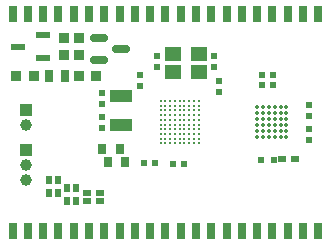
<source format=gts>
G04 #@! TF.GenerationSoftware,KiCad,Pcbnew,(6.0.7)*
G04 #@! TF.CreationDate,2022-09-08T11:09:16+03:00*
G04 #@! TF.ProjectId,MCU_M_V3,4d43555f-4d5f-4563-932e-6b696361645f,rev?*
G04 #@! TF.SameCoordinates,Original*
G04 #@! TF.FileFunction,Soldermask,Top*
G04 #@! TF.FilePolarity,Negative*
%FSLAX46Y46*%
G04 Gerber Fmt 4.6, Leading zero omitted, Abs format (unit mm)*
G04 Created by KiCad (PCBNEW (6.0.7)) date 2022-09-08 11:09:16*
%MOMM*%
%LPD*%
G01*
G04 APERTURE LIST*
G04 Aperture macros list*
%AMRoundRect*
0 Rectangle with rounded corners*
0 $1 Rounding radius*
0 $2 $3 $4 $5 $6 $7 $8 $9 X,Y pos of 4 corners*
0 Add a 4 corners polygon primitive as box body*
4,1,4,$2,$3,$4,$5,$6,$7,$8,$9,$2,$3,0*
0 Add four circle primitives for the rounded corners*
1,1,$1+$1,$2,$3*
1,1,$1+$1,$4,$5*
1,1,$1+$1,$6,$7*
1,1,$1+$1,$8,$9*
0 Add four rect primitives between the rounded corners*
20,1,$1+$1,$2,$3,$4,$5,0*
20,1,$1+$1,$4,$5,$6,$7,0*
20,1,$1+$1,$6,$7,$8,$9,0*
20,1,$1+$1,$8,$9,$2,$3,0*%
G04 Aperture macros list end*
%ADD10R,0.620000X0.600000*%
%ADD11R,1.900000X1.100000*%
%ADD12C,0.350000*%
%ADD13R,0.620000X0.620000*%
%ADD14R,0.650000X0.900000*%
%ADD15C,0.220000*%
%ADD16R,0.950000X0.900000*%
%ADD17R,0.475000X0.500000*%
%ADD18R,0.600000X0.700000*%
%ADD19R,1.000000X1.000000*%
%ADD20C,1.000000*%
%ADD21R,0.700000X0.600000*%
%ADD22R,0.900000X0.950000*%
%ADD23R,0.600000X0.620000*%
%ADD24R,1.400000X1.200000*%
%ADD25R,1.300000X0.600000*%
%ADD26RoundRect,0.150000X-0.587500X-0.150000X0.587500X-0.150000X0.587500X0.150000X-0.587500X0.150000X0*%
%ADD27R,0.800000X1.400000*%
%ADD28R,0.780000X0.980000*%
G04 APERTURE END LIST*
D10*
G04 #@! TO.C,C104*
X181730000Y-92010000D03*
X181730000Y-91090000D03*
G04 #@! TD*
D11*
G04 #@! TO.C,Y12*
X180100000Y-92850000D03*
X180100000Y-95350000D03*
G04 #@! TD*
D12*
G04 #@! TO.C,U2*
X191650000Y-96350000D03*
X191650000Y-95850000D03*
X191650000Y-95350000D03*
X191650000Y-94850000D03*
X191650000Y-94350000D03*
X191650000Y-93850000D03*
X192150000Y-96350000D03*
X192150000Y-95850000D03*
X192150000Y-95350000D03*
X192150000Y-94850000D03*
X192150000Y-94350000D03*
X192150000Y-93850000D03*
X192650000Y-96350000D03*
X192650000Y-95850000D03*
X192650000Y-95350000D03*
X192650000Y-94850000D03*
X192650000Y-94350000D03*
X192650000Y-93850000D03*
X193150000Y-96350000D03*
X193150000Y-95850000D03*
X193150000Y-95350000D03*
X193150000Y-94850000D03*
X193150000Y-94350000D03*
X193150000Y-93850000D03*
X193650000Y-96350000D03*
X193650000Y-95850000D03*
X193650000Y-95350000D03*
X193650000Y-94850000D03*
X193650000Y-94350000D03*
X193650000Y-93850000D03*
X194150000Y-96350000D03*
X194150000Y-95850000D03*
X194150000Y-95350000D03*
X194150000Y-94850000D03*
X194150000Y-94350000D03*
X194150000Y-93850000D03*
G04 #@! TD*
D13*
G04 #@! TO.C,C102*
X184560000Y-98610000D03*
X185480000Y-98610000D03*
G04 #@! TD*
D10*
G04 #@! TO.C,C15*
X178500000Y-95590000D03*
X178500000Y-94670000D03*
G04 #@! TD*
D14*
G04 #@! TO.C,R11*
X180015000Y-97330000D03*
X178565000Y-97330000D03*
G04 #@! TD*
D15*
G04 #@! TO.C,U1*
X186700000Y-93300000D03*
X186700000Y-93700000D03*
X186700000Y-94100000D03*
X186700000Y-94500000D03*
X186700000Y-94900000D03*
X186700000Y-95300000D03*
X186700000Y-95700000D03*
X186700000Y-96100000D03*
X186700000Y-96500000D03*
X186700000Y-96900000D03*
X186300000Y-93300000D03*
X186300000Y-93700000D03*
X186300000Y-94100000D03*
X186300000Y-94500000D03*
X186300000Y-94900000D03*
X186300000Y-95300000D03*
X186300000Y-95700000D03*
X186300000Y-96100000D03*
X186300000Y-96500000D03*
X186300000Y-96900000D03*
X185900000Y-93300000D03*
X185900000Y-93700000D03*
X185900000Y-94100000D03*
X185900000Y-94500000D03*
X185900000Y-94900000D03*
X185900000Y-95300000D03*
X185900000Y-95700000D03*
X185900000Y-96100000D03*
X185900000Y-96500000D03*
X185900000Y-96900000D03*
X185500000Y-93300000D03*
X185500000Y-93700000D03*
X185500000Y-94100000D03*
X185500000Y-94500000D03*
X185500000Y-94900000D03*
X185500000Y-95300000D03*
X185500000Y-95700000D03*
X185500000Y-96100000D03*
X185500000Y-96500000D03*
X185500000Y-96900000D03*
X185100000Y-93300000D03*
X185100000Y-93700000D03*
X185100000Y-94100000D03*
X185100000Y-94500000D03*
X185100000Y-94900000D03*
X185100000Y-95300000D03*
X185100000Y-95700000D03*
X185100000Y-96100000D03*
X185100000Y-96500000D03*
X185100000Y-96900000D03*
X184700000Y-93300000D03*
X184700000Y-93700000D03*
X184700000Y-94100000D03*
X184700000Y-94500000D03*
X184700000Y-94900000D03*
X184700000Y-95300000D03*
X184700000Y-95700000D03*
X184700000Y-96100000D03*
X184700000Y-96500000D03*
X184700000Y-96900000D03*
X184300000Y-93300000D03*
X184300000Y-93700000D03*
X184300000Y-94100000D03*
X184300000Y-94500000D03*
X184300000Y-94900000D03*
X184300000Y-95300000D03*
X184300000Y-95700000D03*
X184300000Y-96100000D03*
X184300000Y-96500000D03*
X184300000Y-96900000D03*
X183900000Y-93300000D03*
X183900000Y-93700000D03*
X183900000Y-94100000D03*
X183900000Y-94500000D03*
X183900000Y-94900000D03*
X183900000Y-95300000D03*
X183900000Y-95700000D03*
X183900000Y-96100000D03*
X183900000Y-96500000D03*
X183900000Y-96900000D03*
X183500000Y-93300000D03*
X183500000Y-93700000D03*
X183500000Y-94100000D03*
X183500000Y-94500000D03*
X183500000Y-94900000D03*
X183500000Y-95300000D03*
X183500000Y-95700000D03*
X183500000Y-96100000D03*
X183500000Y-96500000D03*
X183500000Y-96900000D03*
G04 #@! TD*
D16*
G04 #@! TO.C,R3*
X175300000Y-89450000D03*
X175300000Y-87950000D03*
G04 #@! TD*
D17*
G04 #@! TO.C,R23*
X192028000Y-98260000D03*
X193052000Y-98260000D03*
G04 #@! TD*
D10*
G04 #@! TO.C,C12*
X183200000Y-89530000D03*
X183200000Y-90450000D03*
G04 #@! TD*
D18*
G04 #@! TO.C,R21*
X174060000Y-101110000D03*
X174060000Y-100010000D03*
G04 #@! TD*
D19*
G04 #@! TO.C,J1*
X172100000Y-94065000D03*
D20*
X172100000Y-95335000D03*
G04 #@! TD*
D18*
G04 #@! TO.C,R27*
X174820000Y-101110000D03*
X174820000Y-100010000D03*
G04 #@! TD*
D21*
G04 #@! TO.C,R24*
X194880000Y-98210000D03*
X193780000Y-98210000D03*
G04 #@! TD*
D10*
G04 #@! TO.C,C14*
X178500000Y-93520000D03*
X178500000Y-92600000D03*
G04 #@! TD*
D22*
G04 #@! TO.C,R2*
X171290000Y-91190000D03*
X172790000Y-91190000D03*
G04 #@! TD*
D10*
G04 #@! TO.C,C21*
X196050000Y-93620000D03*
X196050000Y-94540000D03*
G04 #@! TD*
D23*
G04 #@! TO.C,C23*
X192070000Y-91140000D03*
X192990000Y-91140000D03*
G04 #@! TD*
D14*
G04 #@! TO.C,R12*
X180485000Y-98490000D03*
X179035000Y-98490000D03*
G04 #@! TD*
D21*
G04 #@! TO.C,R25*
X177250000Y-101070000D03*
X178350000Y-101070000D03*
G04 #@! TD*
D16*
G04 #@! TO.C,R1*
X176600000Y-89450000D03*
X176600000Y-87950000D03*
G04 #@! TD*
D10*
G04 #@! TO.C,C13*
X188010000Y-89530000D03*
X188010000Y-90450000D03*
G04 #@! TD*
D24*
G04 #@! TO.C,Y11*
X184500000Y-90890000D03*
X186700000Y-90890000D03*
X186700000Y-89290000D03*
X184500000Y-89290000D03*
G04 #@! TD*
D13*
G04 #@! TO.C,C103*
X193000000Y-91950000D03*
X192080000Y-91950000D03*
G04 #@! TD*
D21*
G04 #@! TO.C,R26*
X177250000Y-101800000D03*
X178350000Y-101800000D03*
G04 #@! TD*
D10*
G04 #@! TO.C,C24*
X188460000Y-92510000D03*
X188460000Y-91590000D03*
G04 #@! TD*
G04 #@! TO.C,C22*
X196050000Y-95650000D03*
X196050000Y-96570000D03*
G04 #@! TD*
D18*
G04 #@! TO.C,R28*
X176370000Y-101750000D03*
X176370000Y-100650000D03*
G04 #@! TD*
D25*
G04 #@! TO.C,Q1*
X173550000Y-89650000D03*
X173550000Y-87750000D03*
X171450000Y-88700000D03*
G04 #@! TD*
D26*
G04 #@! TO.C,D1*
X178262500Y-87950000D03*
X178262500Y-89850000D03*
X180137500Y-88900000D03*
G04 #@! TD*
D19*
G04 #@! TO.C,J2*
X172100000Y-97430000D03*
D20*
X172100000Y-98700000D03*
X172100000Y-99970000D03*
G04 #@! TD*
D27*
G04 #@! TO.C,H2*
X196839116Y-104300000D03*
X195545088Y-104300000D03*
X194251059Y-104300000D03*
X192957082Y-104300000D03*
X191663053Y-104300000D03*
X190369025Y-104300000D03*
X189074997Y-104300000D03*
X187780968Y-104300000D03*
X186486940Y-104300000D03*
X185192911Y-104300000D03*
X183898934Y-104300000D03*
X182604905Y-104300000D03*
X181310877Y-104300000D03*
X180017103Y-104300000D03*
X178723379Y-104300000D03*
X177429605Y-104300000D03*
X176135881Y-104300000D03*
X174842107Y-104300000D03*
X173548383Y-104300000D03*
X172254609Y-104300000D03*
X170960885Y-104300000D03*
G04 #@! TD*
D22*
G04 #@! TO.C,R4*
X176550000Y-91200000D03*
X178050000Y-91200000D03*
G04 #@! TD*
D28*
G04 #@! TO.C,C1*
X174000000Y-91200000D03*
X175400000Y-91200000D03*
G04 #@! TD*
D27*
G04 #@! TO.C,H1*
X170961852Y-85900000D03*
X172255880Y-85900000D03*
X173549909Y-85900000D03*
X174843886Y-85900000D03*
X176137915Y-85900000D03*
X177431943Y-85900000D03*
X178725971Y-85900000D03*
X180020000Y-85900000D03*
X181314028Y-85900000D03*
X182608057Y-85900000D03*
X183902034Y-85900000D03*
X185196063Y-85900000D03*
X186490091Y-85900000D03*
X187783865Y-85900000D03*
X189077589Y-85900000D03*
X190371363Y-85900000D03*
X191665087Y-85900000D03*
X192958861Y-85900000D03*
X194252585Y-85900000D03*
X195546359Y-85900000D03*
X196840083Y-85900000D03*
G04 #@! TD*
D23*
G04 #@! TO.C,C11*
X183030000Y-98590000D03*
X182110000Y-98590000D03*
G04 #@! TD*
D18*
G04 #@! TO.C,R22*
X175600000Y-101750000D03*
X175600000Y-100650000D03*
G04 #@! TD*
M02*

</source>
